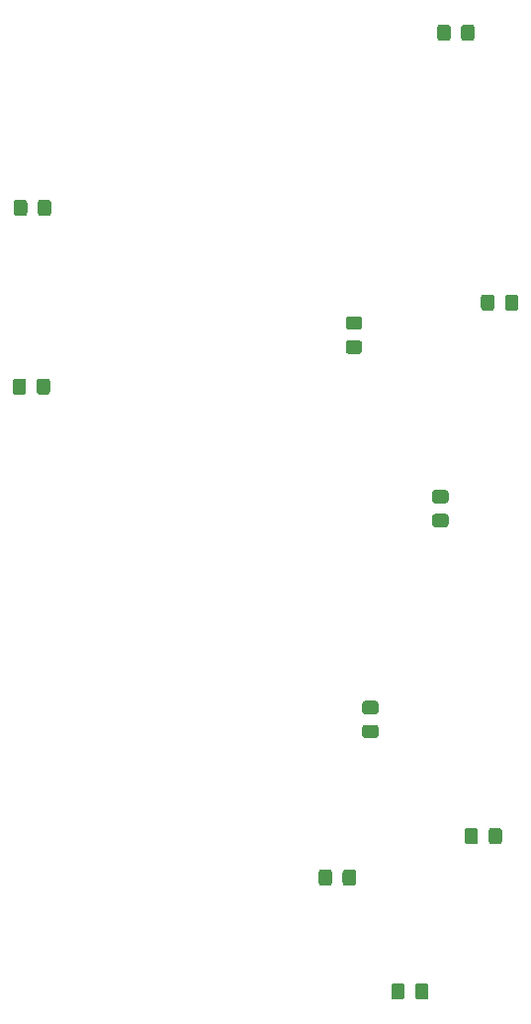
<source format=gbr>
G04 #@! TF.GenerationSoftware,KiCad,Pcbnew,5.1.6-c6e7f7d~86~ubuntu18.04.1*
G04 #@! TF.CreationDate,2020-06-20T10:04:16-04:00*
G04 #@! TF.ProjectId,wave_folder,77617665-5f66-46f6-9c64-65722e6b6963,rev?*
G04 #@! TF.SameCoordinates,Original*
G04 #@! TF.FileFunction,Paste,Top*
G04 #@! TF.FilePolarity,Positive*
%FSLAX46Y46*%
G04 Gerber Fmt 4.6, Leading zero omitted, Abs format (unit mm)*
G04 Created by KiCad (PCBNEW 5.1.6-c6e7f7d~86~ubuntu18.04.1) date 2020-06-20 10:04:16*
%MOMM*%
%LPD*%
G01*
G04 APERTURE LIST*
G04 APERTURE END LIST*
G36*
G01*
X144724860Y-88533819D02*
X144724860Y-89433821D01*
G75*
G02*
X144474861Y-89683820I-249999J0D01*
G01*
X143824859Y-89683820D01*
G75*
G02*
X143574860Y-89433821I0J249999D01*
G01*
X143574860Y-88533819D01*
G75*
G02*
X143824859Y-88283820I249999J0D01*
G01*
X144474861Y-88283820D01*
G75*
G02*
X144724860Y-88533819I0J-249999D01*
G01*
G37*
G36*
G01*
X146774860Y-88533819D02*
X146774860Y-89433821D01*
G75*
G02*
X146524861Y-89683820I-249999J0D01*
G01*
X145874859Y-89683820D01*
G75*
G02*
X145624860Y-89433821I0J249999D01*
G01*
X145624860Y-88533819D01*
G75*
G02*
X145874859Y-88283820I249999J0D01*
G01*
X146524861Y-88283820D01*
G75*
G02*
X146774860Y-88533819I0J-249999D01*
G01*
G37*
G36*
G01*
X145721600Y-74135401D02*
X145721600Y-73235399D01*
G75*
G02*
X145971599Y-72985400I249999J0D01*
G01*
X146621601Y-72985400D01*
G75*
G02*
X146871600Y-73235399I0J-249999D01*
G01*
X146871600Y-74135401D01*
G75*
G02*
X146621601Y-74385400I-249999J0D01*
G01*
X145971599Y-74385400D01*
G75*
G02*
X145721600Y-74135401I0J249999D01*
G01*
G37*
G36*
G01*
X143671600Y-74135401D02*
X143671600Y-73235399D01*
G75*
G02*
X143921599Y-72985400I249999J0D01*
G01*
X144571601Y-72985400D01*
G75*
G02*
X144821600Y-73235399I0J-249999D01*
G01*
X144821600Y-74135401D01*
G75*
G02*
X144571601Y-74385400I-249999J0D01*
G01*
X143921599Y-74385400D01*
G75*
G02*
X143671600Y-74135401I0J249999D01*
G01*
G37*
G36*
G01*
X171825000Y-131450001D02*
X171825000Y-130549999D01*
G75*
G02*
X172074999Y-130300000I249999J0D01*
G01*
X172725001Y-130300000D01*
G75*
G02*
X172975000Y-130549999I0J-249999D01*
G01*
X172975000Y-131450001D01*
G75*
G02*
X172725001Y-131700000I-249999J0D01*
G01*
X172074999Y-131700000D01*
G75*
G02*
X171825000Y-131450001I0J249999D01*
G01*
G37*
G36*
G01*
X169775000Y-131450001D02*
X169775000Y-130549999D01*
G75*
G02*
X170024999Y-130300000I249999J0D01*
G01*
X170675001Y-130300000D01*
G75*
G02*
X170925000Y-130549999I0J-249999D01*
G01*
X170925000Y-131450001D01*
G75*
G02*
X170675001Y-131700000I-249999J0D01*
G01*
X170024999Y-131700000D01*
G75*
G02*
X169775000Y-131450001I0J249999D01*
G01*
G37*
G36*
G01*
X177137800Y-140291399D02*
X177137800Y-141191401D01*
G75*
G02*
X176887801Y-141441400I-249999J0D01*
G01*
X176237799Y-141441400D01*
G75*
G02*
X175987800Y-141191401I0J249999D01*
G01*
X175987800Y-140291399D01*
G75*
G02*
X176237799Y-140041400I249999J0D01*
G01*
X176887801Y-140041400D01*
G75*
G02*
X177137800Y-140291399I0J-249999D01*
G01*
G37*
G36*
G01*
X179187800Y-140291399D02*
X179187800Y-141191401D01*
G75*
G02*
X178937801Y-141441400I-249999J0D01*
G01*
X178287799Y-141441400D01*
G75*
G02*
X178037800Y-141191401I0J249999D01*
G01*
X178037800Y-140291399D01*
G75*
G02*
X178287799Y-140041400I249999J0D01*
G01*
X178937801Y-140041400D01*
G75*
G02*
X179187800Y-140291399I0J-249999D01*
G01*
G37*
G36*
G01*
X173749999Y-117925000D02*
X174650001Y-117925000D01*
G75*
G02*
X174900000Y-118174999I0J-249999D01*
G01*
X174900000Y-118825001D01*
G75*
G02*
X174650001Y-119075000I-249999J0D01*
G01*
X173749999Y-119075000D01*
G75*
G02*
X173500000Y-118825001I0J249999D01*
G01*
X173500000Y-118174999D01*
G75*
G02*
X173749999Y-117925000I249999J0D01*
G01*
G37*
G36*
G01*
X173749999Y-115875000D02*
X174650001Y-115875000D01*
G75*
G02*
X174900000Y-116124999I0J-249999D01*
G01*
X174900000Y-116775001D01*
G75*
G02*
X174650001Y-117025000I-249999J0D01*
G01*
X173749999Y-117025000D01*
G75*
G02*
X173500000Y-116775001I0J249999D01*
G01*
X173500000Y-116124999D01*
G75*
G02*
X173749999Y-115875000I249999J0D01*
G01*
G37*
G36*
G01*
X184325000Y-127900001D02*
X184325000Y-126999999D01*
G75*
G02*
X184574999Y-126750000I249999J0D01*
G01*
X185225001Y-126750000D01*
G75*
G02*
X185475000Y-126999999I0J-249999D01*
G01*
X185475000Y-127900001D01*
G75*
G02*
X185225001Y-128150000I-249999J0D01*
G01*
X184574999Y-128150000D01*
G75*
G02*
X184325000Y-127900001I0J249999D01*
G01*
G37*
G36*
G01*
X182275000Y-127900001D02*
X182275000Y-126999999D01*
G75*
G02*
X182524999Y-126750000I249999J0D01*
G01*
X183175001Y-126750000D01*
G75*
G02*
X183425000Y-126999999I0J-249999D01*
G01*
X183425000Y-127900001D01*
G75*
G02*
X183175001Y-128150000I-249999J0D01*
G01*
X182524999Y-128150000D01*
G75*
G02*
X182275000Y-127900001I0J249999D01*
G01*
G37*
G36*
G01*
X172349999Y-85025000D02*
X173250001Y-85025000D01*
G75*
G02*
X173500000Y-85274999I0J-249999D01*
G01*
X173500000Y-85925001D01*
G75*
G02*
X173250001Y-86175000I-249999J0D01*
G01*
X172349999Y-86175000D01*
G75*
G02*
X172100000Y-85925001I0J249999D01*
G01*
X172100000Y-85274999D01*
G75*
G02*
X172349999Y-85025000I249999J0D01*
G01*
G37*
G36*
G01*
X172349999Y-82975000D02*
X173250001Y-82975000D01*
G75*
G02*
X173500000Y-83224999I0J-249999D01*
G01*
X173500000Y-83875001D01*
G75*
G02*
X173250001Y-84125000I-249999J0D01*
G01*
X172349999Y-84125000D01*
G75*
G02*
X172100000Y-83875001I0J249999D01*
G01*
X172100000Y-83224999D01*
G75*
G02*
X172349999Y-82975000I249999J0D01*
G01*
G37*
G36*
G01*
X179749999Y-99875000D02*
X180650001Y-99875000D01*
G75*
G02*
X180900000Y-100124999I0J-249999D01*
G01*
X180900000Y-100775001D01*
G75*
G02*
X180650001Y-101025000I-249999J0D01*
G01*
X179749999Y-101025000D01*
G75*
G02*
X179500000Y-100775001I0J249999D01*
G01*
X179500000Y-100124999D01*
G75*
G02*
X179749999Y-99875000I249999J0D01*
G01*
G37*
G36*
G01*
X179749999Y-97825000D02*
X180650001Y-97825000D01*
G75*
G02*
X180900000Y-98074999I0J-249999D01*
G01*
X180900000Y-98725001D01*
G75*
G02*
X180650001Y-98975000I-249999J0D01*
G01*
X179749999Y-98975000D01*
G75*
G02*
X179500000Y-98725001I0J249999D01*
G01*
X179500000Y-98074999D01*
G75*
G02*
X179749999Y-97825000I249999J0D01*
G01*
G37*
G36*
G01*
X181075000Y-58249999D02*
X181075000Y-59150001D01*
G75*
G02*
X180825001Y-59400000I-249999J0D01*
G01*
X180174999Y-59400000D01*
G75*
G02*
X179925000Y-59150001I0J249999D01*
G01*
X179925000Y-58249999D01*
G75*
G02*
X180174999Y-58000000I249999J0D01*
G01*
X180825001Y-58000000D01*
G75*
G02*
X181075000Y-58249999I0J-249999D01*
G01*
G37*
G36*
G01*
X183125000Y-58249999D02*
X183125000Y-59150001D01*
G75*
G02*
X182875001Y-59400000I-249999J0D01*
G01*
X182224999Y-59400000D01*
G75*
G02*
X181975000Y-59150001I0J249999D01*
G01*
X181975000Y-58249999D01*
G75*
G02*
X182224999Y-58000000I249999J0D01*
G01*
X182875001Y-58000000D01*
G75*
G02*
X183125000Y-58249999I0J-249999D01*
G01*
G37*
G36*
G01*
X185725000Y-82250001D02*
X185725000Y-81349999D01*
G75*
G02*
X185974999Y-81100000I249999J0D01*
G01*
X186625001Y-81100000D01*
G75*
G02*
X186875000Y-81349999I0J-249999D01*
G01*
X186875000Y-82250001D01*
G75*
G02*
X186625001Y-82500000I-249999J0D01*
G01*
X185974999Y-82500000D01*
G75*
G02*
X185725000Y-82250001I0J249999D01*
G01*
G37*
G36*
G01*
X183675000Y-82250001D02*
X183675000Y-81349999D01*
G75*
G02*
X183924999Y-81100000I249999J0D01*
G01*
X184575001Y-81100000D01*
G75*
G02*
X184825000Y-81349999I0J-249999D01*
G01*
X184825000Y-82250001D01*
G75*
G02*
X184575001Y-82500000I-249999J0D01*
G01*
X183924999Y-82500000D01*
G75*
G02*
X183675000Y-82250001I0J249999D01*
G01*
G37*
M02*

</source>
